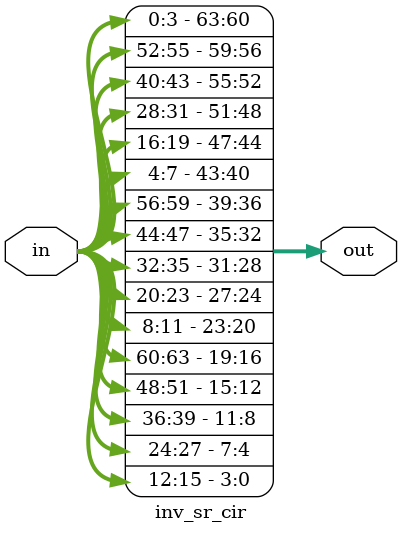
<source format=sv>
module inv_sr_cir(
    in,
    out
);

input wire [0 : 63] in;
output wire [0 : 63] out;

genvar  i;
generate
  for  ( i  =  0 ;  i  <  16 ;  i  =  i + 1 )
    begin  :  mix
       assign  out[((20*i) % 64):((20*i) % 64) + 3] = in[i*4 : i*4 + 3];
    end
endgenerate

endmodule


</source>
